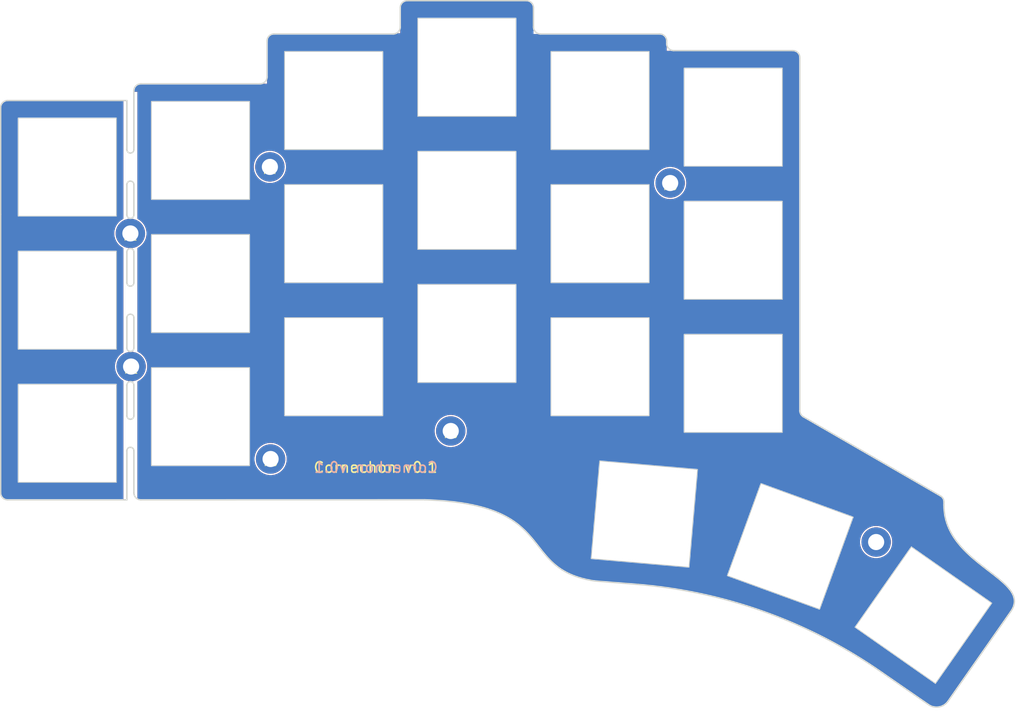
<source format=kicad_pcb>
(kicad_pcb (version 20241229) (generator "pcbnew") (generator_version "9.0")
  (layers (0 "F.Cu" signal) (2 "B.Cu" signal) (13 "F.Paste" user) (15 "B.Paste" user) (5 "F.SilkS" user "F.Silkscreen") (7 "B.SilkS" user "B.Silkscreen") (1 "F.Mask" user) (3 "B.Mask" user) (25 "Edge.Cuts" user))
  (net 0 "")
  (footprint "kbd:SW_Hole" (layer "F.Cu") (at 77.4291 99.403301)
    (property "Reference" "K18" (hide yes))
    (property "Value" "KEYSW" (hide yes))
    (fp_line (start -7 -7) (end -7 7) (stroke (width 0.12)) (layer "Edge.Cuts"))
    (fp_line (start -7 7) (end 7 7) (stroke (width 0.12)) (layer "Edge.Cuts"))
    (fp_line (start 7 -7) (end -7 -7) (stroke (width 0.12)) (layer "Edge.Cuts"))
    (fp_line (start 7 7) (end 7 -7) (stroke (width 0.12)) (layer "Edge.Cuts"))
  )
  (footprint "kbd:SW_Hole" (layer "F.Cu") (at 153.4291 70.9033)
    (property "Reference" "K21" (hide yes))
    (property "Value" "KEYSW" (hide yes))
    (fp_line (start -7 -7) (end -7 7) (stroke (width 0.12)) (layer "Edge.Cuts"))
    (fp_line (start -7 7) (end 7 7) (stroke (width 0.12)) (layer "Edge.Cuts"))
    (fp_line (start 7 -7) (end -7 -7) (stroke (width 0.12)) (layer "Edge.Cuts"))
    (fp_line (start 7 7) (end 7 -7) (stroke (width 0.12)) (layer "Edge.Cuts"))
  )
  (footprint "kbd:SW_Hole" (layer "F.Cu") (at 77.4291 80.403301)
    (property "Reference" "K14" (hide yes))
    (property "Value" "KEYSW" (hide yes))
    (fp_line (start -7 -7) (end -7 7) (stroke (width 0.12)) (layer "Edge.Cuts"))
    (fp_line (start -7 7) (end 7 7) (stroke (width 0.12)) (layer "Edge.Cuts"))
    (fp_line (start 7 -7) (end -7 -7) (stroke (width 0.12)) (layer "Edge.Cuts"))
    (fp_line (start 7 7) (end 7 -7) (stroke (width 0.12)) (layer "Edge.Cuts"))
  )
  (footprint "kbd:SW_Hole" (layer "F.Cu") (at 96.4291 59.028301)
    (property "Reference" "K13" (hide yes))
    (property "Value" "KEYSW" (hide yes))
    (fp_line (start -7 -7) (end -7 7) (stroke (width 0.12)) (layer "Edge.Cuts"))
    (fp_line (start -7 7) (end 7 7) (stroke (width 0.12)) (layer "Edge.Cuts"))
    (fp_line (start 7 -7) (end -7 -7) (stroke (width 0.12)) (layer "Edge.Cuts"))
    (fp_line (start 7 7) (end 7 -7) (stroke (width 0.12)) (layer "Edge.Cuts"))
  )
  (footprint "kbd:M2_Hole_TH" (layer "F.Cu") (at 163.4291 63.6783)
    (property "Reference" "H8" (at 0 0.5 0) (layer "F.SilkS"))
    (property "Value" "MountingHole")
    (pad "" thru_hole circle (at 0 0) (size 4.2 4.2) (drill 2.3) (layers "*.Cu" "*.Mask"))
  )
  (footprint "kbd:SW_Hole" (layer "F.Cu") (at 115.4291 89.903301)
    (property "Reference" "K9" (hide yes))
    (property "Value" "KEYSW" (hide yes))
    (fp_line (start -7 -7) (end -7 7) (stroke (width 0.12)) (layer "Edge.Cuts"))
    (fp_line (start -7 7) (end 7 7) (stroke (width 0.12)) (layer "Edge.Cuts"))
    (fp_line (start 7 -7) (end -7 -7) (stroke (width 0.12)) (layer "Edge.Cuts"))
    (fp_line (start 7 7) (end 7 -7) (stroke (width 0.12)) (layer "Edge.Cuts"))
  )
  (footprint "kbd:M2_Hole_TH" (layer "F.Cu") (at 106.3291 61.3783)
    (property "Reference" "H4" (at 0 0.5 0) (layer "F.SilkS"))
    (property "Value" "MountingHole")
    (pad "" thru_hole circle (at 0 0) (size 4.2 4.2) (drill 2.3) (layers "*.Cu" "*.Mask"))
  )
  (footprint "kbd:SW_Hole" (layer "F.Cu") (at 180.560396 115.548281 -20)
    (property "Reference" "K1" (hide yes))
    (property "Value" "KEYSW" (hide yes))
    (fp_line (start -7 7) (end 7 7) (stroke (width 0.12)) (layer "Edge.Cuts"))
    (fp_line (start -7 -7) (end -7 7) (stroke (width 0.12)) (layer "Edge.Cuts"))
    (fp_line (start 7 7) (end 7 -7) (stroke (width 0.12)) (layer "Edge.Cuts"))
    (fp_line (start 7 -7) (end -7 -7) (stroke (width 0.12)) (layer "Edge.Cuts"))
  )
  (footprint "kbd:SW_Hole" (layer "F.Cu") (at 134.4291 47.153301)
    (property "Reference" "K11" (hide yes))
    (property "Value" "KEYSW" (hide yes))
    (fp_line (start -7 -7) (end -7 7) (stroke (width 0.12)) (layer "Edge.Cuts"))
    (fp_line (start -7 7) (end 7 7) (stroke (width 0.12)) (layer "Edge.Cuts"))
    (fp_line (start 7 -7) (end -7 -7) (stroke (width 0.12)) (layer "Edge.Cuts"))
    (fp_line (start 7 7) (end 7 -7) (stroke (width 0.12)) (layer "Edge.Cuts"))
  )
  (footprint "kbd:M2_Hole_TH" (layer "F.Cu") (at 86.5291 89.8783)
    (property "Reference" "H2" (at 0 0.5 0) (layer "F.SilkS"))
    (property "Value" "MountingHole")
    (pad "" thru_hole circle (at 0 0) (size 4.2 4.2) (drill 2.3) (layers "*.Cu" "*.Mask"))
  )
  (footprint "kbd:SW_Hole" (layer "F.Cu") (at 77.4291 61.403301)
    (property "Reference" "K7" (hide yes))
    (property "Value" "KEYSW" (hide yes))
    (fp_line (start -7 -7) (end -7 7) (stroke (width 0.12)) (layer "Edge.Cuts"))
    (fp_line (start -7 7) (end 7 7) (stroke (width 0.12)) (layer "Edge.Cuts"))
    (fp_line (start 7 -7) (end -7 -7) (stroke (width 0.12)) (layer "Edge.Cuts"))
    (fp_line (start 7 7) (end 7 -7) (stroke (width 0.12)) (layer "Edge.Cuts"))
  )
  (footprint "kbd:SW_Hole" (layer "F.Cu") (at 153.4291 89.9033)
    (property "Reference" "K12" (hide yes))
    (property "Value" "KEYSW" (hide yes))
    (fp_line (start -7 -7) (end -7 7) (stroke (width 0.12)) (layer "Edge.Cuts"))
    (fp_line (start -7 7) (end 7 7) (stroke (width 0.12)) (layer "Edge.Cuts"))
    (fp_line (start 7 -7) (end -7 -7) (stroke (width 0.12)) (layer "Edge.Cuts"))
    (fp_line (start 7 7) (end 7 -7) (stroke (width 0.12)) (layer "Edge.Cuts"))
  )
  (footprint "kbd:M2_Hole_TH" (layer "F.Cu") (at 86.4291 70.8783)
    (property "Reference" "H1" (at 0 0.5 0) (layer "F.SilkS"))
    (property "Value" "MountingHole")
    (pad "" thru_hole circle (at 0 0) (size 4.2 4.2) (drill 2.3) (layers "*.Cu" "*.Mask"))
  )
  (footprint "kbd:SW_Hole" (layer "F.Cu") (at 153.4291 51.9033)
    (property "Reference" "K16" (hide yes))
    (property "Value" "KEYSW" (hide yes))
    (fp_line (start -7 -7) (end -7 7) (stroke (width 0.12)) (layer "Edge.Cuts"))
    (fp_line (start -7 7) (end 7 7) (stroke (width 0.12)) (layer "Edge.Cuts"))
    (fp_line (start 7 -7) (end -7 -7) (stroke (width 0.12)) (layer "Edge.Cuts"))
    (fp_line (start 7 7) (end 7 -7) (stroke (width 0.12)) (layer "Edge.Cuts"))
  )
  (footprint "kbd:SW_Hole" (layer "F.Cu") (at 115.4291 70.903301)
    (property "Reference" "K6" (hide yes))
    (property "Value" "KEYSW" (hide yes))
    (fp_line (start -7 -7) (end -7 7) (stroke (width 0.12)) (layer "Edge.Cuts"))
    (fp_line (start -7 7) (end 7 7) (stroke (width 0.12)) (layer "Edge.Cuts"))
    (fp_line (start 7 -7) (end -7 -7) (stroke (width 0.12)) (layer "Edge.Cuts"))
    (fp_line (start 7 7) (end 7 -7) (stroke (width 0.12)) (layer "Edge.Cuts"))
  )
  (footprint "kbd:M2_Hole_TH" (layer "F.Cu") (at 132.1291 99.0783)
    (property "Reference" "H6" (at 0 0.5 0) (layer "F.SilkS"))
    (property "Value" "MountingHole")
    (pad "" thru_hole circle (at 0 0) (size 4.2 4.2) (drill 2.3) (layers "*.Cu" "*.Mask"))
  )
  (footprint "kbd:SW_Hole" (layer "F.Cu") (at 159.748232 110.934324 -5)
    (property "Reference" "K5" (hide yes))
    (property "Value" "KEYSW" (hide yes))
    (fp_line (start -7 7) (end 7 7) (stroke (width 0.12)) (layer "Edge.Cuts"))
    (fp_line (start -7 -7) (end -7 7) (stroke (width 0.12)) (layer "Edge.Cuts"))
    (fp_line (start 7 7) (end 7 -7) (stroke (width 0.12)) (layer "Edge.Cuts"))
    (fp_line (start 7 -7) (end -7 -7) (stroke (width 0.12)) (layer "Edge.Cuts"))
  )
  (footprint "kbd:SW_Hole" (layer "F.Cu") (at 172.4291 73.2783)
    (property "Reference" "K3" (hide yes))
    (property "Value" "KEYSW" (hide yes))
    (fp_line (start -7 -7) (end -7 7) (stroke (width 0.12)) (layer "Edge.Cuts"))
    (fp_line (start -7 7) (end 7 7) (stroke (width 0.12)) (layer "Edge.Cuts"))
    (fp_line (start 7 -7) (end -7 -7) (stroke (width 0.12)) (layer "Edge.Cuts"))
    (fp_line (start 7 7) (end 7 -7) (stroke (width 0.12)) (layer "Edge.Cuts"))
  )
  (footprint "kbd:SW_Hole" (layer "F.Cu") (at 134.4291 66.153301)
    (property "Reference" "K19" (hide yes))
    (property "Value" "KEYSW" (hide yes))
    (fp_line (start -7 -7) (end -7 7) (stroke (width 0.12)) (layer "Edge.Cuts"))
    (fp_line (start -7 7) (end 7 7) (stroke (width 0.12)) (layer "Edge.Cuts"))
    (fp_line (start 7 -7) (end -7 -7) (stroke (width 0.12)) (layer "Edge.Cuts"))
    (fp_line (start 7 7) (end 7 -7) (stroke (width 0.12)) (layer "Edge.Cuts"))
  )
  (footprint "kbd:SW_Hole" (layer "F.Cu") (at 96.4291 97.028301)
    (property "Reference" "K8" (hide yes))
    (property "Value" "KEYSW" (hide yes))
    (fp_line (start -7 -7) (end -7 7) (stroke (width 0.12)) (layer "Edge.Cuts"))
    (fp_line (start -7 7) (end 7 7) (stroke (width 0.12)) (layer "Edge.Cuts"))
    (fp_line (start 7 -7) (end -7 -7) (stroke (width 0.12)) (layer "Edge.Cuts"))
    (fp_line (start 7 7) (end 7 -7) (stroke (width 0.12)) (layer "Edge.Cuts"))
  )
  (footprint "kbd:M2_Hole_TH" (layer "F.Cu") (at 106.4291 103.0783)
    (property "Reference" "H5" (at 0 0.5 0) (layer "F.SilkS"))
    (property "Value" "MountingHole")
    (pad "" thru_hole circle (at 0 0) (size 4.2 4.2) (drill 2.3) (layers "*.Cu" "*.Mask"))
  )
  (footprint "kbd:SW_Hole" (layer "F.Cu") (at 172.4291 54.2783)
    (property "Reference" "K4" (hide yes))
    (property "Value" "KEYSW" (hide yes))
    (fp_line (start -7 -7) (end -7 7) (stroke (width 0.12)) (layer "Edge.Cuts"))
    (fp_line (start -7 7) (end 7 7) (stroke (width 0.12)) (layer "Edge.Cuts"))
    (fp_line (start 7 -7) (end -7 -7) (stroke (width 0.12)) (layer "Edge.Cuts"))
    (fp_line (start 7 7) (end 7 -7) (stroke (width 0.12)) (layer "Edge.Cuts"))
  )
  (footprint "kbd:SW_Hole" (layer "F.Cu") (at 172.4291 92.2783)
    (property "Reference" "K2" (hide yes))
    (property "Value" "KEYSW" (hide yes))
    (fp_line (start -7 -7) (end -7 7) (stroke (width 0.12)) (layer "Edge.Cuts"))
    (fp_line (start -7 7) (end 7 7) (stroke (width 0.12)) (layer "Edge.Cuts"))
    (fp_line (start 7 -7) (end -7 -7) (stroke (width 0.12)) (layer "Edge.Cuts"))
    (fp_line (start 7 7) (end 7 -7) (stroke (width 0.12)) (layer "Edge.Cuts"))
  )
  (footprint "kbd:SW_Hole" (layer "F.Cu") (at 134.4291 85.153301)
    (property "Reference" "K15" (hide yes))
    (property "Value" "KEYSW" (hide yes))
    (fp_line (start -7 -7) (end -7 7) (stroke (width 0.12)) (layer "Edge.Cuts"))
    (fp_line (start -7 7) (end 7 7) (stroke (width 0.12)) (layer "Edge.Cuts"))
    (fp_line (start 7 -7) (end -7 -7) (stroke (width 0.12)) (layer "Edge.Cuts"))
    (fp_line (start 7 7) (end 7 -7) (stroke (width 0.12)) (layer "Edge.Cuts"))
  )
  (footprint "kbd:M2_Hole_TH" (layer "F.Cu") (at 192.811789 114.931313)
    (property "Reference" "H9" (at 0 0 0) (layer "F.SilkS"))
    (property "Value" "MountingHole")
    (pad "" thru_hole circle (at 0 0) (size 4.2 4.2) (drill 2.3) (layers "*.Cu" "*.Mask"))
  )
  (footprint "kbd:SW_Hole" (layer "F.Cu") (at 96.4291 78.028301)
    (property "Reference" "K17" (hide yes))
    (property "Value" "KEYSW" (hide yes))
    (fp_line (start -7 -7) (end -7 7) (stroke (width 0.12)) (layer "Edge.Cuts"))
    (fp_line (start -7 7) (end 7 7) (stroke (width 0.12)) (layer "Edge.Cuts"))
    (fp_line (start 7 -7) (end -7 -7) (stroke (width 0.12)) (layer "Edge.Cuts"))
    (fp_line (start 7 7) (end 7 -7) (stroke (width 0.12)) (layer "Edge.Cuts"))
  )
  (footprint "kbd:SW_Hole" (layer "F.Cu") (at 199.55432 125.365387 -35)
    (property "Reference" "K22" (hide yes))
    (property "Value" "KEYSW" (hide yes))
    (fp_line (start -7 7) (end 7 7) (stroke (width 0.12)) (layer "Edge.Cuts"))
    (fp_line (start -7 -7) (end -7 7) (stroke (width 0.12)) (layer "Edge.Cuts"))
    (fp_line (start 7 7) (end 7 -7) (stroke (width 0.12)) (layer "Edge.Cuts"))
    (fp_line (start 7 -7) (end -7 -7) (stroke (width 0.12)) (layer "Edge.Cuts"))
  )
  (footprint "kbd:SW_Hole" (layer "F.Cu") (at 115.4291 51.903301)
    (property "Reference" "K20" (hide yes))
    (property "Value" "KEYSW" (hide yes))
    (fp_line (start -7 -7) (end -7 7) (stroke (width 0.12)) (layer "Edge.Cuts"))
    (fp_line (start -7 7) (end 7 7) (stroke (width 0.12)) (layer "Edge.Cuts"))
    (fp_line (start 7 -7) (end -7 -7) (stroke (width 0.12)) (layer "Edge.Cuts"))
    (fp_line (start 7 7) (end 7 -7) (stroke (width 0.12)) (layer "Edge.Cuts"))
  )
  (gr_line (start 202.486174 109.6533) (end 202.486174 109.216217) (stroke (width 0.2)) (layer "Edge.Cuts"))
  (gr_line (start 85.929128 77.90326) (end 85.929127 73.52826) (stroke (width 0.2)) (layer "Edge.Cuts"))
  (gr_arc (start 85.9291 82.903299) (mid 86.4291 82.403299) (end 86.9291 82.903299) (stroke (width 0.2)) (layer "Edge.Cuts"))
  (gr_arc (start 124.9291 41.403301) (mid 124.636207 42.110408) (end 123.9291 42.403301) (stroke (width 0.2)) (layer "Edge.Cuts"))
  (gr_line (start 86.9291 58.9033) (end 86.9291 50.5283) (stroke (width 0.2)) (layer "Edge.Cuts"))
  (gr_arc (start 85.9291 63.9033) (mid 86.4291 63.4033) (end 86.9291 63.9033) (stroke (width 0.2)) (layer "Edge.Cuts"))
  (gr_line (start 182.4291 97.058911) (end 201.986174 108.350192) (stroke (width 0.2)) (layer "Edge.Cuts"))
  (gr_arc (start 85.929127 92.52826) (mid 86.429127 92.02826) (end 86.929127 92.52826) (stroke (width 0.2)) (layer "Edge.Cuts"))
  (gr_line (start 181.9291 45.778301) (end 181.9291 96.192885) (stroke (width 0.2)) (layer "Edge.Cuts"))
  (gr_arc (start 86.929127 68.22826) (mid 86.429127 68.72826) (end 85.929127 68.22826) (stroke (width 0.2)) (layer "Edge.Cuts"))
  (gr_line (start 85.9291 51.903301) (end 85.9291 58.9033) (stroke (width 0.2)) (layer "Edge.Cuts"))
  (gr_line (start 203.068493 137.639137) (end 211.939852 124.944716) (stroke (width 0.2)) (layer "Edge.Cuts"))
  (gr_arc (start 86.929127 87.22826) (mid 86.429127 87.72826) (end 85.929127 87.22826) (stroke (width 0.2)) (layer "Edge.Cuts"))
  (gr_arc (start 105.9291 48.528301) (mid 105.636207 49.235408) (end 104.9291 49.528301) (stroke (width 0.2)) (layer "Edge.Cuts"))
  (gr_arc (start 86.9291 96.903299) (mid 86.4291 97.403299) (end 85.9291 96.903299) (stroke (width 0.2)) (layer "Edge.Cuts"))
  (gr_line (start 86.9291 107.903299) (end 86.9291 101.903299) (stroke (width 0.2)) (layer "Edge.Cuts"))
  (gr_line (start 86.929127 87.22826) (end 86.929128 82.90326) (stroke (width 0.2)) (layer "Edge.Cuts"))
  (gr_arc (start 87.9291 108.903299) (mid 87.221993 108.610406) (end 86.9291 107.903299) (stroke (width 0.2)) (layer "Edge.Cuts"))
  (gr_line (start 105.9291 48.528301) (end 105.9291 43.403301) (stroke (width 0.2)) (layer "Edge.Cuts"))
  (gr_arc (start 180.9291 44.778301) (mid 181.636207 45.071194) (end 181.9291 45.778301) (stroke (width 0.2)) (layer "Edge.Cuts"))
  (gr_arc (start 142.9291 37.653301) (mid 143.636207 37.946194) (end 143.9291 38.653301) (stroke (width 0.2)) (layer "Edge.Cuts"))
  (gr_curve (pts (xy 152.64958 120.483755) (xy 141.4291 118.769544) (xy 147.9291 109.519542) (xy 128.4291 108.894543)) (stroke (width 0.2)) (layer "Edge.Cuts"))
  (gr_line (start 144.9291 42.4033) (end 161.9291 42.4033) (stroke (width 0.2)) (layer "Edge.Cuts"))
  (gr_arc (start 201.986174 108.350192) (mid 202.352199 108.716217) (end 202.486174 109.216217) (stroke (width 0.2)) (layer "Edge.Cuts"))
  (gr_line (start 86.929128 96.90326) (end 86.929127 92.52826) (stroke (width 0.2)) (layer "Edge.Cuts"))
  (gr_curve (pts (xy 211.939852 124.944716) (xy 215.4291 120.269544) (xy 202.4291 118.269544) (xy 202.486174 109.6533)) (stroke (width 0.2)) (layer "Edge.Cuts"))
  (gr_line (start 128.4291 108.894543) (end 87.9291 108.903299) (stroke (width 0.2)) (layer "Edge.Cuts"))
  (gr_arc (start 203.068493 137.639137) (mid 201.783617 138.461822) (end 200.292479 138.139093) (stroke (width 0.2)) (layer "Edge.Cuts"))
  (gr_line (start 158.903019 120.982989) (end 152.64958 120.483755) (stroke (width 0.2)) (layer "Edge.Cuts"))
  (gr_arc (start 144.929099 42.403301) (mid 144.221993 42.110407) (end 143.9291 41.4033) (stroke (width 0.2)) (layer "Edge.Cuts"))
  (gr_line (start 67.9291 107.913695) (end 67.929101 68.153301) (stroke (width 0.2)) (layer "Edge.Cuts"))
  (gr_arc (start 86.9291 77.903299) (mid 86.4291 78.403299) (end 85.9291 77.903299) (stroke (width 0.2)) (layer "Edge.Cuts"))
  (gr_arc (start 85.9291 101.903299) (mid 86.4291 101.403299) (end 86.9291 101.903299) (stroke (width 0.2)) (layer "Edge.Cuts"))
  (gr_line (start 85.9291 101.903299) (end 85.9291 108.903299) (stroke (width 0.2)) (layer "Edge.Cuts"))
  (gr_line (start 86.929128 63.903261) (end 86.929127 68.22826) (stroke (width 0.2)) (layer "Edge.Cuts"))
  (gr_arc (start 68.918705 108.9033) (mid 68.218949 108.613451) (end 67.9291 107.913695) (stroke (width 0.2)) (layer "Edge.Cuts"))
  (gr_line (start 85.9291 108.903299) (end 68.918705 108.903299) (stroke (width 0.2)) (layer "Edge.Cuts"))
  (gr_arc (start 86.9291 50.528301) (mid 87.221993 49.821194) (end 87.9291 49.528301) (stroke (width 0.2)) (layer "Edge.Cuts"))
  (gr_line (start 193.747305 133.618195) (end 200.292479 138.139093) (stroke (width 0.2)) (layer "Edge.Cuts"))
  (gr_line (start 87.9291 49.528301) (end 104.9291 49.528301) (stroke (width 0.2)) (layer "Edge.Cuts"))
  (gr_arc (start 163.9291 44.7783) (mid 163.221993 44.485407) (end 162.9291 43.7783) (stroke (width 0.2)) (layer "Edge.Cuts"))
  (gr_arc (start 124.9291 38.653301) (mid 125.221993 37.946194) (end 125.9291 37.653301) (stroke (width 0.2)) (layer "Edge.Cuts"))
  (gr_arc (start 161.9291 42.4033) (mid 162.636207 42.696193) (end 162.9291 43.4033) (stroke (width 0.2)) (layer "Edge.Cuts"))
  (gr_line (start 67.929101 68.153301) (end 67.929101 52.903301) (stroke (width 0.2)) (layer "Edge.Cuts"))
  (gr_line (start 143.9291 38.653301) (end 143.9291 41.4033) (stroke (width 0.2)) (layer "Edge.Cuts"))
  (gr_line (start 162.9291 43.4033) (end 162.9291 43.7783) (stroke (width 0.2)) (layer "Edge.Cuts"))
  (gr_arc (start 67.929101 52.903301) (mid 68.221994 52.196194) (end 68.929101 51.903301) (stroke (width 0.2)) (layer "Edge.Cuts"))
  (gr_line (start 163.9291 44.7783) (end 180.9291 44.778301) (stroke (width 0.2)) (layer "Edge.Cuts"))
  (gr_line (start 86.929128 77.90326) (end 86.929127 73.52826) (stroke (width 0.2)) (layer "Edge.Cuts"))
  (gr_arc (start 86.9291 58.9033) (mid 86.4291 59.4033) (end 85.9291 58.9033) (stroke (width 0.2)) (layer "Edge.Cuts"))
  (gr_arc (start 182.4291 97.05891) (mid 182.063106 96.692876) (end 181.9291 96.192885) (stroke (width 0.2)) (layer "Edge.Cuts"))
  (gr_arc (start 158.903019 120.982989) (mid 177.16407 124.987158) (end 193.747332 133.618195) (stroke (width 0.2)) (layer "Edge.Cuts"))
  (gr_arc (start 105.929099 43.403301) (mid 106.221993 42.696194) (end 106.9291 42.4033) (stroke (width 0.2)) (layer "Edge.Cuts"))
  (gr_line (start 124.9291 41.403301) (end 124.9291 38.653301) (stroke (width 0.2)) (layer "Edge.Cuts"))
  (gr_arc (start 85.929127 73.52826) (mid 86.429127 73.02826) (end 86.929127 73.52826) (stroke (width 0.2)) (layer "Edge.Cuts"))
  (gr_line (start 85.929127 87.22826) (end 85.929128 82.90326) (stroke (width 0.2)) (layer "Edge.Cuts"))
  (gr_line (start 85.929127 92.52826) (end 85.929128 96.90326) (stroke (width 0.2)) (layer "Edge.Cuts"))
  (gr_line (start 125.9291 37.653301) (end 142.9291 37.653301) (stroke (width 0.2)) (layer "Edge.Cuts"))
  (gr_line (start 106.9291 42.4033) (end 123.9291 42.403301) (stroke (width 0.2)) (layer "Edge.Cuts"))
  (gr_line (start 85.929128 63.903261) (end 85.929127 68.22826) (stroke (width 0.2)) (layer "Edge.Cuts"))
  (gr_line (start 68.929101 51.903301) (end 85.9291 51.903301) (stroke (width 0.2)) (layer "Edge.Cuts"))
  (gr_text "Cornechon v0.1" (at 112.429101 105.1533 0) (layer "F.SilkS") (effects (font (size 1.5 1.5) (thickness 0.225)) (justify left bottom)))
  (gr_text "Cornechon v0.1" (at 130.429101 105.1533 0) (layer "B.SilkS") (effects (font (size 1.5 1.5) (thickness 0.225)) (justify left bottom mirror)))
  (zone (net 0) (net_name "") (layers "F.Cu" "B.Cu") (priority 1) (connect_pads (clearance 0.2)) (min_thickness 0.25) (fill yes (thermal_gap 0.5) (thermal_bridge_width 0.5))
    (polygon (pts (xy 143.9291 42.408885) (xy 162.9291 42.408885) (xy 162.9291 44.808885) (xy 181.9291 44.808885) (xy 181.9291 47.108885) (xy 182.429101 96.6533) (xy 202.5291 108.508885) (xy 203.929101 114.2783) (xy 213.9291 122.7783) (xy 201.9291 139.7783) (xy 176.9291 125.2783) (xy 148.9291 120.2783) (xy 137.4291 110.2783) (xy 67.9291 108.908885) (xy 67.9291 51.808885) (xy 86.9291 51.808885) (xy 86.9291 49.508885) (xy 105.9291 49.508885) (xy 105.9291 42.308885) (xy 124.9291 42.308885) (xy 124.9291 37.608885) (xy 143.9291 37.608885)))
  )
  (zone (net 0) (net_name "") (layers "F.Cu" "B.Cu") (connect_pads (clearance 0)) (min_thickness 0.254)
    (keepout (tracks not_allowed) (vias not_allowed) (pads not_allowed) (copperpour not_allowed) (footprints allowed))
    (fill (thermal_gap 0.508) (thermal_bridge_width 0.508))
    (polygon (pts (xy 87.4291 109.4033) (xy 85.4291 109.4033) (xy 85.4291 50.6533) (xy 87.4291 50.6533)))
  )
)
</source>
